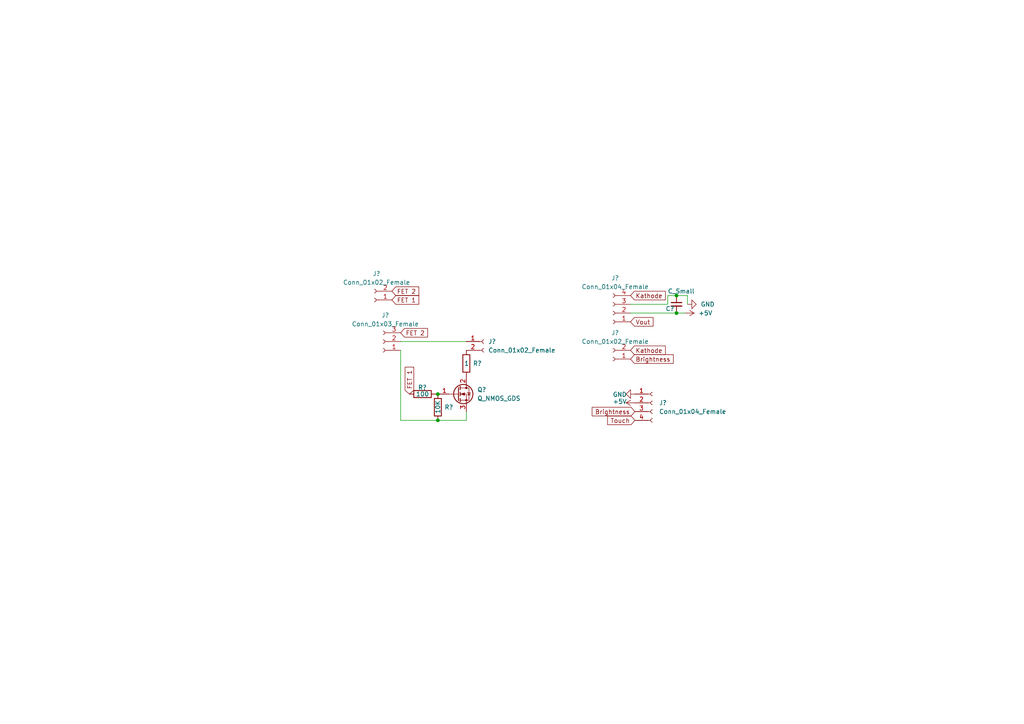
<source format=kicad_sch>
(kicad_sch (version 20211123) (generator eeschema)
  (paper "A4")
  (lib_symbols
    (symbol "Connector:Conn_01x02_Female" (pin_names (offset 1.016) hide)
      (property "Reference" "J" (at 0 2.54 0))
      (property "Value" "Conn_01x02_Female" (at 0 -5.08 0))
      (symbol "Conn_01x02_Female_1_1"
        (arc (start 0 -2.032) (mid -0.508 -2.54) (end 0 -3.048) (stroke (width 0.1524)))
        (polyline (pts (xy -1.27 -2.54) (xy -0.508 -2.54)) (stroke (width 0.1524)))
        (polyline (pts (xy -1.27 0) (xy -0.508 0)) (stroke (width 0.1524)))
        (arc (start 0 0.508) (mid -0.508 0) (end 0 -0.508) (stroke (width 0.1524)))
        (pin passive line (at -5.08 0 0) (length 3.81) (name "Pin_1") (number "1"))
        (pin passive line (at -5.08 -2.54 0) (length 3.81) (name "Pin_2") (number "2"))
      )
    )
    (symbol "Connector:Conn_01x03_Female" (pin_names (offset 1.016) hide)
      (property "Reference" "J" (at 0 5.08 0))
      (property "Value" "Conn_01x03_Female" (at 0 -5.08 0))
      (symbol "Conn_01x03_Female_1_1"
        (arc (start 0 -2.032) (mid -0.508 -2.54) (end 0 -3.048) (stroke (width 0.1524)))
        (polyline (pts (xy -1.27 -2.54) (xy -0.508 -2.54)) (stroke (width 0.1524)))
        (polyline (pts (xy -1.27 0) (xy -0.508 0)) (stroke (width 0.1524)))
        (polyline (pts (xy -1.27 2.54) (xy -0.508 2.54)) (stroke (width 0.1524)))
        (arc (start 0 0.508) (mid -0.508 0) (end 0 -0.508) (stroke (width 0.1524)))
        (arc (start 0 3.048) (mid -0.508 2.54) (end 0 2.032) (stroke (width 0.1524)))
        (pin passive line (at -5.08 2.54 0) (length 3.81) (name "Pin_1") (number "1"))
        (pin passive line (at -5.08 0 0) (length 3.81) (name "Pin_2") (number "2"))
        (pin passive line (at -5.08 -2.54 0) (length 3.81) (name "Pin_3") (number "3"))
      )
    )
    (symbol "Connector:Conn_01x04_Female" (pin_names (offset 1.016) hide)
      (property "Reference" "J" (at 0 5.08 0))
      (property "Value" "Conn_01x04_Female" (at 0 -7.62 0))
      (symbol "Conn_01x04_Female_1_1"
        (arc (start 0 -4.572) (mid -0.508 -5.08) (end 0 -5.588) (stroke (width 0.1524)))
        (arc (start 0 -2.032) (mid -0.508 -2.54) (end 0 -3.048) (stroke (width 0.1524)))
        (polyline (pts (xy -1.27 -5.08) (xy -0.508 -5.08)) (stroke (width 0.1524)))
        (polyline (pts (xy -1.27 -2.54) (xy -0.508 -2.54)) (stroke (width 0.1524)))
        (polyline (pts (xy -1.27 0) (xy -0.508 0)) (stroke (width 0.1524)))
        (polyline (pts (xy -1.27 2.54) (xy -0.508 2.54)) (stroke (width 0.1524)))
        (arc (start 0 0.508) (mid -0.508 0) (end 0 -0.508) (stroke (width 0.1524)))
        (arc (start 0 3.048) (mid -0.508 2.54) (end 0 2.032) (stroke (width 0.1524)))
        (pin passive line (at -5.08 2.54 0) (length 3.81) (name "Pin_1") (number "1"))
        (pin passive line (at -5.08 0 0) (length 3.81) (name "Pin_2") (number "2"))
        (pin passive line (at -5.08 -2.54 0) (length 3.81) (name "Pin_3") (number "3"))
        (pin passive line (at -5.08 -5.08 0) (length 3.81) (name "Pin_4") (number "4"))
      )
    )
    (symbol "Device:C_Small" (pin_numbers hide) (pin_names (offset 0.254) hide)
      (property "Reference" "C" (at 0.254 1.778 0))
      (property "Value" "C_Small" (at 0.254 -2.032 0))
      (symbol "C_Small_0_1"
        (polyline (pts (xy -1.524 -0.508) (xy 1.524 -0.508)) (stroke (width 0.3302)))
        (polyline (pts (xy -1.524 0.508) (xy 1.524 0.508)) (stroke (width 0.3048)))
      )
      (symbol "C_Small_1_1"
        (pin passive line (at 0 2.54 270) (length 2.032) (name "~") (number "1"))
        (pin passive line (at 0 -2.54 90) (length 2.032) (name "~") (number "2"))
      )
    )
    (symbol "Device:Q_NMOS_GDS" (pin_names (offset 0) hide)
      (property "Reference" "Q" (at 5.08 1.27 0))
      (property "Value" "Q_NMOS_GDS" (at 5.08 -1.27 0))
      (symbol "Q_NMOS_GDS_0_1"
        (polyline (pts (xy 0.254 0) (xy -2.54 0)))
        (polyline (pts (xy 0.254 1.905) (xy 0.254 -1.905)) (stroke (width 0.254)))
        (polyline (pts (xy 0.762 -1.27) (xy 0.762 -2.286)) (stroke (width 0.254)))
        (polyline (pts (xy 0.762 0.508) (xy 0.762 -0.508)) (stroke (width 0.254)))
        (polyline (pts (xy 0.762 2.286) (xy 0.762 1.27)) (stroke (width 0.254)))
        (polyline (pts (xy 2.54 2.54) (xy 2.54 1.778)))
        (polyline (pts (xy 2.54 -2.54) (xy 2.54 0) (xy 0.762 0)))
        (polyline (pts (xy 0.762 -1.778) (xy 3.302 -1.778) (xy 3.302 1.778) (xy 0.762 1.778)))
        (polyline (pts (xy 1.016 0) (xy 2.032 0.381) (xy 2.032 -0.381) (xy 1.016 0)) (fill (type outline)))
        (polyline (pts (xy 2.794 0.508) (xy 2.921 0.381) (xy 3.683 0.381) (xy 3.81 0.254)))
        (polyline (pts (xy 3.302 0.381) (xy 2.921 -0.254) (xy 3.683 -0.254) (xy 3.302 0.381)))
        (circle (center 1.651 0) (radius 2.794) (stroke (width 0.254)))
        (circle (center 2.54 -1.778) (radius 0.254) (fill (type outline)))
        (circle (center 2.54 1.778) (radius 0.254) (fill (type outline)))
      )
      (symbol "Q_NMOS_GDS_1_1"
        (pin input line (at -5.08 0 0) (length 2.54) (name "G") (number "1"))
        (pin passive line (at 2.54 5.08 270) (length 2.54) (name "D") (number "2"))
        (pin passive line (at 2.54 -5.08 90) (length 2.54) (name "S") (number "3"))
      )
    )
    (symbol "Device:R" (pin_numbers hide) (pin_names (offset 0))
      (property "Reference" "R" (at 2.032 0 90))
      (property "Value" "R" (at 0 0 90))
      (symbol "R_0_1"
        (rectangle (start -1.016 -2.54) (end 1.016 2.54) (stroke (width 0.254)))
      )
      (symbol "R_1_1"
        (pin passive line (at 0 3.81 270) (length 1.27) (name "~") (number "1"))
        (pin passive line (at 0 -3.81 90) (length 1.27) (name "~") (number "2"))
      )
    )
    (symbol "power:+5V" (power) (pin_names (offset 0))
      (property "Value" "+5V" (at 0 3.556 0))
      (symbol "+5V_0_1"
        (polyline (pts (xy -0.762 1.27) (xy 0 2.54)))
        (polyline (pts (xy 0 0) (xy 0 2.54)))
        (polyline (pts (xy 0 2.54) (xy 0.762 1.27)))
      )
      (symbol "+5V_1_1"
        (pin power_in line (at 0 0 90) (length 0) hide (name "+5V") (number "1"))
      )
    )
    (symbol "power:GND" (power) (pin_names (offset 0))
      (property "Value" "GND" (at 0 -3.81 0))
      (symbol "GND_0_1"
        (polyline (pts (xy 0 0) (xy 0 -1.27) (xy 1.27 -1.27) (xy 0 -2.54) (xy -1.27 -1.27) (xy 0 -1.27)))
      )
      (symbol "GND_1_1"
        (pin power_in line (at 0 0 270) (length 0) hide (name "GND") (number "1"))
      )
    )
  )
  (junction (at 127 114.3))
  (junction (at 196.215 85.725))
  (junction (at 127 121.92))
  (junction (at 196.215 90.805))
  (wire (pts (xy 135.255 121.92) (xy 135.255 119.38)))
  (wire (pts (xy 116.205 99.06) (xy 135.255 99.06)))
  (wire (pts (xy 199.39 88.265) (xy 199.39 85.725)))
  (wire (pts (xy 127 114.3) (xy 127.635 114.3)))
  (wire (pts (xy 196.215 85.725) (xy 193.675 85.725)))
  (wire (pts (xy 127 121.92) (xy 135.255 121.92)))
  (wire (pts (xy 193.675 88.265) (xy 182.88 88.265)))
  (wire (pts (xy 116.205 101.6) (xy 116.205 121.92)))
  (wire (pts (xy 193.675 85.725) (xy 193.675 88.265)))
  (wire (pts (xy 196.215 85.725) (xy 199.39 85.725)))
  (wire (pts (xy 126.365 114.3) (xy 127 114.3)))
  (wire (pts (xy 196.215 90.805) (xy 182.88 90.805)))
  (wire (pts (xy 198.755 90.805) (xy 196.215 90.805)))
  (wire (pts (xy 116.205 121.92) (xy 127 121.92)))
  (global_label "Kathode" (shape input) (at 182.88 101.6 0) (property "Intersheet References" "${INTERSHEET_REFS}" (effects hide)))
  (global_label "FET 2" (shape input) (at 116.205 96.52 0) (property "Intersheet References" "${INTERSHEET_REFS}" (effects hide)))
  (global_label "FET 1" (shape input) (at 118.745 114.3 90) (property "Intersheet References" "${INTERSHEET_REFS}" (effects hide)))
  (global_label "Vout" (shape input) (at 182.88 93.345 0) (property "Intersheet References" "${INTERSHEET_REFS}" (effects hide)))
  (global_label "Kathode" (shape input) (at 182.88 85.725 0) (property "Intersheet References" "${INTERSHEET_REFS}" (effects hide)))
  (global_label "Brightness" (shape input) (at 182.88 104.14 0) (property "Intersheet References" "${INTERSHEET_REFS}" (effects hide)))
  (global_label "Touch" (shape input) (at 184.15 121.92 180) (property "Intersheet References" "${INTERSHEET_REFS}" (effects hide)))
  (global_label "FET 1" (shape input) (at 113.665 86.995 0) (property "Intersheet References" "${INTERSHEET_REFS}" (effects hide)))
  (global_label "FET 2" (shape input) (at 113.665 84.455 0) (property "Intersheet References" "${INTERSHEET_REFS}" (effects hide)))
  (global_label "Brightness" (shape input) (at 184.15 119.38 180) (property "Intersheet References" "${INTERSHEET_REFS}" (effects hide)))
  (symbol (lib_id "Device:C_Small") (at 196.215 88.265 0) (unit 1)
    (property "Reference" "C?" (at 193.04 89.535 0) (effects (justify left)))
    (property "Value" "C_Small" (at 193.675 84.455 0) (effects (justify left)))
    (property "Footprint" "Capacitor_THT:C_Disc_D3.8mm_W2.6mm_P2.50mm" (effects hide))
  )
  (symbol (lib_id "Device:R") (at 122.555 114.3 90) (unit 1)
    (property "Reference" "R?" (at 123.825 112.395 90) (effects (justify left)))
    (property "Value" "100" (at 124.46 114.3 90) (effects (justify left)))
  )
  (symbol (lib_id "power:+5V") (at 184.15 116.84 90) (unit 1)
    (property "Reference" "#PWR?" (effects hide))
    (property "Value" "+5V" (at 179.7558 116.459 90))
  )
  (symbol (lib_id "Connector:Conn_01x03_Female") (at 111.125 99.06 180) (unit 1)
    (property "Reference" "J?" (at 111.76 91.44 0))
    (property "Value" "Conn_01x03_Female" (at 111.76 93.98 0))
  )
  (symbol (lib_id "Connector:Conn_01x02_Female") (at 108.585 86.995 180) (unit 1)
    (property "Reference" "J?" (at 109.22 79.375 0))
    (property "Value" "Conn_01x02_Female" (at 109.22 81.915 0))
  )
  (symbol (lib_id "Connector:Conn_01x02_Female") (at 140.335 99.06 0) (unit 1)
    (property "Reference" "J?" (at 141.605 99.0599 0) (effects (justify left)))
    (property "Value" "Conn_01x02_Female" (at 141.605 101.5999 0) (effects (justify left)))
  )
  (symbol (lib_id "Device:R") (at 135.255 105.41 0) (unit 1)
    (property "Reference" "R?" (at 137.16 105.41 0) (effects (justify left)))
    (property "Value" "1" (at 134.62 105.41 0) (effects (justify left)))
  )
  (symbol (lib_id "power:GND") (at 199.39 88.265 90) (unit 1)
    (property "Reference" "#PWR?" (effects hide))
    (property "Value" "GND" (at 203.2 88.2649 90) (effects (justify right)))
  )
  (symbol (lib_id "Connector:Conn_01x04_Female") (at 189.23 116.84 0) (unit 1)
    (property "Reference" "J?" (at 191.135 116.8399 0) (effects (justify left)))
    (property "Value" "Conn_01x04_Female" (at 191.135 119.3799 0) (effects (justify left)))
  )
  (symbol (lib_id "Connector:Conn_01x02_Female") (at 177.8 104.14 180) (unit 1)
    (property "Reference" "J?" (at 178.435 96.52 0))
    (property "Value" "Conn_01x02_Female" (at 178.435 99.06 0))
  )
  (symbol (lib_id "Device:Q_NMOS_GDS") (at 132.715 114.3 0) (unit 1)
    (property "Reference" "Q?" (at 138.43 113.0299 0) (effects (justify left)))
    (property "Value" "Q_NMOS_GDS" (at 138.43 115.5699 0) (effects (justify left)))
  )
  (symbol (lib_id "Device:R") (at 127 118.11 0) (unit 1)
    (property "Reference" "R?" (at 128.905 118.11 0) (effects (justify left)))
    (property "Value" "10K" (at 127 120.015 90) (effects (justify left)))
  )
  (symbol (lib_id "power:GND") (at 184.15 114.3 270) (unit 1)
    (property "Reference" "#PWR?" (effects hide))
    (property "Value" "GND" (at 179.7558 114.427 90))
  )
  (symbol (lib_id "Connector:Conn_01x04_Female") (at 177.8 90.805 180) (unit 1)
    (property "Reference" "J?" (at 178.435 80.645 0))
    (property "Value" "Conn_01x04_Female" (at 178.435 83.185 0))
  )
  (symbol (lib_id "power:+5V") (at 198.755 90.805 270) (unit 1)
    (property "Reference" "#PWR?" (effects hide))
    (property "Value" "+5V" (at 202.565 90.8049 90) (effects (justify left)))
  )
)
</source>
